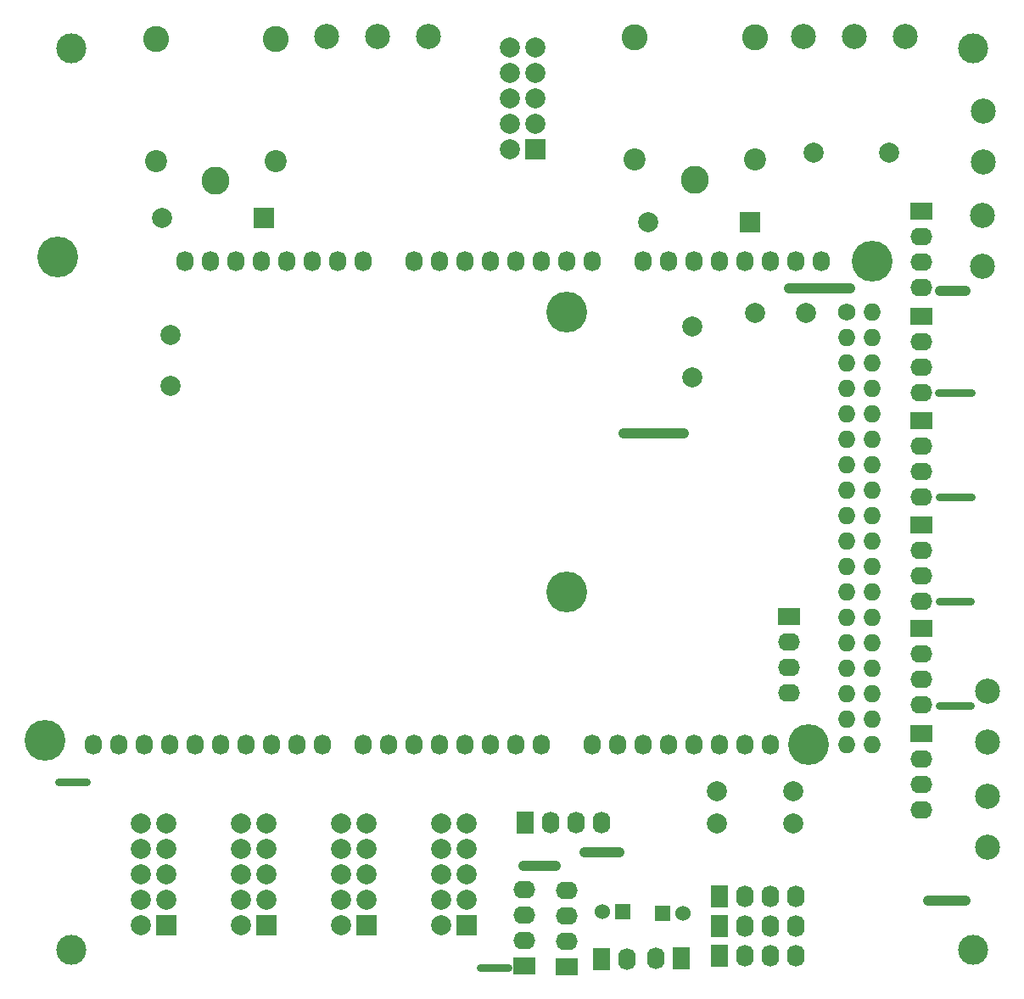
<source format=gbr>
G04 #@! TF.GenerationSoftware,KiCad,Pcbnew,5.1.7-a382d34a8~87~ubuntu20.04.1*
G04 #@! TF.CreationDate,2020-11-26T19:40:13-03:00*
G04 #@! TF.ProjectId,robot uve,726f626f-7420-4757-9665-2e6b69636164,rev?*
G04 #@! TF.SameCoordinates,Original*
G04 #@! TF.FileFunction,Copper,L1,Top*
G04 #@! TF.FilePolarity,Positive*
%FSLAX46Y46*%
G04 Gerber Fmt 4.6, Leading zero omitted, Abs format (unit mm)*
G04 Created by KiCad (PCBNEW 5.1.7-a382d34a8~87~ubuntu20.04.1) date 2020-11-26 19:40:13*
%MOMM*%
%LPD*%
G01*
G04 APERTURE LIST*
G04 #@! TA.AperFunction,ComponentPad*
%ADD10R,1.750000X2.200000*%
G04 #@! TD*
G04 #@! TA.AperFunction,ComponentPad*
%ADD11O,1.750000X2.200000*%
G04 #@! TD*
G04 #@! TA.AperFunction,ComponentPad*
%ADD12R,2.000000X2.000000*%
G04 #@! TD*
G04 #@! TA.AperFunction,ComponentPad*
%ADD13C,2.000000*%
G04 #@! TD*
G04 #@! TA.AperFunction,ComponentPad*
%ADD14O,1.750000X2.199640*%
G04 #@! TD*
G04 #@! TA.AperFunction,ComponentPad*
%ADD15R,1.750000X2.199640*%
G04 #@! TD*
G04 #@! TA.AperFunction,ComponentPad*
%ADD16C,1.524000*%
G04 #@! TD*
G04 #@! TA.AperFunction,ComponentPad*
%ADD17R,1.524000X1.524000*%
G04 #@! TD*
G04 #@! TA.AperFunction,ComponentPad*
%ADD18R,1.998980X1.998980*%
G04 #@! TD*
G04 #@! TA.AperFunction,ComponentPad*
%ADD19C,1.998980*%
G04 #@! TD*
G04 #@! TA.AperFunction,ComponentPad*
%ADD20C,2.500000*%
G04 #@! TD*
G04 #@! TA.AperFunction,ComponentPad*
%ADD21C,1.727200*%
G04 #@! TD*
G04 #@! TA.AperFunction,ComponentPad*
%ADD22O,1.727200X1.727200*%
G04 #@! TD*
G04 #@! TA.AperFunction,ComponentPad*
%ADD23O,1.727200X2.032000*%
G04 #@! TD*
G04 #@! TA.AperFunction,ComponentPad*
%ADD24C,4.064000*%
G04 #@! TD*
G04 #@! TA.AperFunction,ComponentPad*
%ADD25C,3.000000*%
G04 #@! TD*
G04 #@! TA.AperFunction,ComponentPad*
%ADD26R,2.200000X1.750000*%
G04 #@! TD*
G04 #@! TA.AperFunction,ComponentPad*
%ADD27O,2.200000X1.750000*%
G04 #@! TD*
G04 #@! TA.AperFunction,ComponentPad*
%ADD28C,2.200000*%
G04 #@! TD*
G04 #@! TA.AperFunction,ComponentPad*
%ADD29C,2.600000*%
G04 #@! TD*
G04 #@! TA.AperFunction,ComponentPad*
%ADD30C,2.800000*%
G04 #@! TD*
G04 #@! TA.AperFunction,ViaPad*
%ADD31C,0.600000*%
G04 #@! TD*
G04 #@! TA.AperFunction,Conductor*
%ADD32C,0.800000*%
G04 #@! TD*
G04 #@! TA.AperFunction,Conductor*
%ADD33C,1.000000*%
G04 #@! TD*
G04 APERTURE END LIST*
D10*
X155310000Y-132300000D03*
D11*
X157850000Y-132300000D03*
X160390000Y-132300000D03*
X162930000Y-132300000D03*
D12*
X149470000Y-142580000D03*
D13*
X146930000Y-142580000D03*
X149470000Y-140040000D03*
X146930000Y-140040000D03*
X149470000Y-137500000D03*
X146930000Y-137500000D03*
X149470000Y-134960000D03*
X146930000Y-134960000D03*
X149470000Y-132420000D03*
X146930000Y-132420000D03*
D14*
X165470000Y-145917500D03*
D15*
X162930000Y-145917500D03*
D16*
X171000000Y-141400000D03*
D17*
X169000000Y-141400000D03*
X165000000Y-141200000D03*
D16*
X163000000Y-141200000D03*
D18*
X177730000Y-72350000D03*
D19*
X167570000Y-72350000D03*
D18*
X129175000Y-71950000D03*
D19*
X119015000Y-71950000D03*
D20*
X188100000Y-53800000D03*
X193180000Y-53800000D03*
X183020000Y-53800000D03*
D13*
X136930000Y-132420000D03*
X139470000Y-132420000D03*
X136930000Y-134960000D03*
X139470000Y-134960000D03*
X136930000Y-137500000D03*
X139470000Y-137500000D03*
X136930000Y-140040000D03*
X139470000Y-140040000D03*
X136930000Y-142580000D03*
D12*
X139470000Y-142580000D03*
X129470000Y-142580000D03*
D13*
X126930000Y-142580000D03*
X129470000Y-140040000D03*
X126930000Y-140040000D03*
X129470000Y-137500000D03*
X126930000Y-137500000D03*
X129470000Y-134960000D03*
X126930000Y-134960000D03*
X129470000Y-132420000D03*
X126930000Y-132420000D03*
X116930000Y-132420000D03*
X119470000Y-132420000D03*
X116930000Y-134960000D03*
X119470000Y-134960000D03*
X116930000Y-137500000D03*
X119470000Y-137500000D03*
X116930000Y-140040000D03*
X119470000Y-140040000D03*
X116930000Y-142580000D03*
D12*
X119470000Y-142580000D03*
D21*
X187358000Y-81354000D03*
D22*
X189898000Y-81354000D03*
X187358000Y-83894000D03*
X189898000Y-83894000D03*
X187358000Y-86434000D03*
X189898000Y-86434000D03*
X187358000Y-88974000D03*
X189898000Y-88974000D03*
X187358000Y-91514000D03*
X189898000Y-91514000D03*
X187358000Y-94054000D03*
X189898000Y-94054000D03*
X187358000Y-96594000D03*
X189898000Y-96594000D03*
X187358000Y-99134000D03*
X189898000Y-99134000D03*
X187358000Y-101674000D03*
X189898000Y-101674000D03*
X187358000Y-104214000D03*
X189898000Y-104214000D03*
X187358000Y-106754000D03*
X189898000Y-106754000D03*
X187358000Y-109294000D03*
X189898000Y-109294000D03*
X187358000Y-111834000D03*
X189898000Y-111834000D03*
X187358000Y-114374000D03*
X189898000Y-114374000D03*
X187358000Y-116914000D03*
X189898000Y-116914000D03*
X187358000Y-119454000D03*
X189898000Y-119454000D03*
X187358000Y-121994000D03*
X189898000Y-121994000D03*
X187358000Y-124534000D03*
X189898000Y-124534000D03*
D23*
X121318000Y-76274000D03*
X123858000Y-76274000D03*
X126398000Y-76274000D03*
X128938000Y-76274000D03*
X131478000Y-76274000D03*
X134018000Y-76274000D03*
X136558000Y-76274000D03*
X139098000Y-76274000D03*
X144178000Y-76274000D03*
X146718000Y-76274000D03*
X149258000Y-76274000D03*
X151798000Y-76274000D03*
X154338000Y-76274000D03*
X156878000Y-76274000D03*
X159418000Y-76274000D03*
X161958000Y-76274000D03*
X167038000Y-76274000D03*
X169578000Y-76274000D03*
X172118000Y-76274000D03*
X174658000Y-76274000D03*
X177198000Y-76274000D03*
X179738000Y-76274000D03*
X182278000Y-76274000D03*
X184818000Y-76274000D03*
X112174000Y-124534000D03*
X114714000Y-124534000D03*
X117254000Y-124534000D03*
X119794000Y-124534000D03*
X122334000Y-124534000D03*
X124874000Y-124534000D03*
X127414000Y-124534000D03*
X129954000Y-124534000D03*
X132494000Y-124534000D03*
X135034000Y-124534000D03*
X139098000Y-124534000D03*
X141638000Y-124534000D03*
X144178000Y-124534000D03*
X146718000Y-124534000D03*
X149258000Y-124534000D03*
X151798000Y-124534000D03*
X154338000Y-124534000D03*
X156878000Y-124534000D03*
X161958000Y-124534000D03*
X164498000Y-124534000D03*
X167038000Y-124534000D03*
X169578000Y-124534000D03*
X172118000Y-124534000D03*
X174658000Y-124534000D03*
X177198000Y-124534000D03*
X179738000Y-124534000D03*
D24*
X107348000Y-124126000D03*
X159418000Y-81354000D03*
X189898000Y-76274000D03*
X108618000Y-75866000D03*
X159418000Y-109294000D03*
X183548000Y-124534000D03*
D13*
X184050000Y-65425000D03*
X191650000Y-65425000D03*
D25*
X110000000Y-55000000D03*
X200000000Y-55000000D03*
X200000000Y-145000000D03*
X110000000Y-145000000D03*
D10*
X174660000Y-142612000D03*
D11*
X177200000Y-142612000D03*
X179740000Y-142612000D03*
X182280000Y-142612000D03*
D20*
X201000000Y-61260000D03*
X201000000Y-66340000D03*
X200950000Y-76790000D03*
X200950000Y-71710000D03*
D26*
X194850000Y-123410000D03*
D27*
X194850000Y-125950000D03*
X194850000Y-128490000D03*
X194850000Y-131030000D03*
X194800000Y-99810000D03*
X194800000Y-97270000D03*
X194800000Y-94730000D03*
D26*
X194800000Y-92190000D03*
X194850000Y-102640000D03*
D27*
X194850000Y-105180000D03*
X194850000Y-107720000D03*
X194850000Y-110260000D03*
X194850000Y-120570000D03*
X194850000Y-118030000D03*
X194850000Y-115490000D03*
D26*
X194850000Y-112950000D03*
X194800000Y-81790000D03*
D27*
X194800000Y-84330000D03*
X194800000Y-86870000D03*
X194800000Y-89410000D03*
D26*
X194800000Y-71290000D03*
D27*
X194800000Y-73830000D03*
X194800000Y-76370000D03*
X194800000Y-78910000D03*
D20*
X135470000Y-53875000D03*
X145630000Y-53875000D03*
X140550000Y-53875000D03*
D11*
X182310000Y-139650000D03*
X179770000Y-139650000D03*
X177230000Y-139650000D03*
D10*
X174690000Y-139650000D03*
D11*
X182285000Y-145575000D03*
X179745000Y-145575000D03*
X177205000Y-145575000D03*
D10*
X174665000Y-145575000D03*
D26*
X155200000Y-146620000D03*
D27*
X155200000Y-144080000D03*
X155200000Y-141540000D03*
X155200000Y-139000000D03*
X159400000Y-139060000D03*
X159400000Y-141600000D03*
X159400000Y-144140000D03*
D26*
X159400000Y-146680000D03*
D20*
X201400000Y-129660000D03*
X201400000Y-134740000D03*
X201400000Y-124290000D03*
X201400000Y-119210000D03*
D28*
X178250000Y-66150000D03*
D29*
X178250000Y-53950000D03*
X166250000Y-53950000D03*
D28*
X166250000Y-66150000D03*
D30*
X172250000Y-68150000D03*
X124425000Y-68250000D03*
D28*
X118425000Y-66250000D03*
D29*
X118425000Y-54050000D03*
X130425000Y-54050000D03*
D28*
X130425000Y-66250000D03*
D12*
X156270000Y-65080000D03*
D13*
X153730000Y-65080000D03*
X156270000Y-62540000D03*
X153730000Y-62540000D03*
X156270000Y-60000000D03*
X153730000Y-60000000D03*
X156270000Y-57460000D03*
X153730000Y-57460000D03*
X156270000Y-54920000D03*
X153730000Y-54920000D03*
D19*
X183340000Y-81400000D03*
X178260000Y-81400000D03*
X172000000Y-82800000D03*
X172000000Y-87880000D03*
X119900000Y-88705000D03*
X119900000Y-83625000D03*
D15*
X170870000Y-145882500D03*
D14*
X168330000Y-145882500D03*
D19*
X174390000Y-129200000D03*
X182010000Y-129200000D03*
X182010000Y-132400000D03*
X174390000Y-132400000D03*
D26*
X181600000Y-111720000D03*
D27*
X181600000Y-114260000D03*
X181600000Y-116800000D03*
X181600000Y-119340000D03*
D31*
X196600000Y-120600000D03*
X199700000Y-120600000D03*
X196650000Y-110250000D03*
X199700000Y-110250000D03*
X196640000Y-99810000D03*
X199800000Y-99800000D03*
X196550000Y-89400000D03*
X199800000Y-89400000D03*
X153600000Y-146800000D03*
X150800000Y-146800000D03*
X199199991Y-140100009D03*
X158350000Y-136600000D03*
X155149988Y-136600012D03*
X111500000Y-128250000D03*
X108699997Y-128250003D03*
X165100000Y-93500000D03*
X171100000Y-93500000D03*
X181650000Y-79000000D03*
X187749996Y-79000004D03*
X195500000Y-140100000D03*
X164700000Y-135300000D03*
X161200000Y-135300000D03*
X196700000Y-79200000D03*
X199250000Y-79200000D03*
D32*
X196600000Y-120600000D02*
X199700000Y-120600000D01*
X196650000Y-110250000D02*
X199700000Y-110250000D01*
X196640000Y-99810000D02*
X199790000Y-99810000D01*
X199790000Y-99810000D02*
X199800000Y-99800000D01*
X196550000Y-89400000D02*
X199800000Y-89400000D01*
X150800000Y-146800000D02*
X153600000Y-146800000D01*
D33*
X155150000Y-136600000D02*
X155149988Y-136600012D01*
X158350000Y-136600000D02*
X155150000Y-136600000D01*
D32*
X108700000Y-128250000D02*
X108699997Y-128250003D01*
X111500000Y-128250000D02*
X108700000Y-128250000D01*
D33*
X195500009Y-140100009D02*
X195500000Y-140100000D01*
X199199991Y-140100009D02*
X195500009Y-140100009D01*
X161200000Y-135300000D02*
X164700000Y-135300000D01*
X196700000Y-79200000D02*
X199250000Y-79200000D01*
X171100000Y-93500000D02*
X165100000Y-93500000D01*
X181650004Y-79000004D02*
X181650000Y-79000000D01*
X187749996Y-79000004D02*
X181650004Y-79000004D01*
X154270000Y-76206000D02*
X154338000Y-76274000D01*
X177280000Y-124616000D02*
X177198000Y-124534000D01*
M02*

</source>
